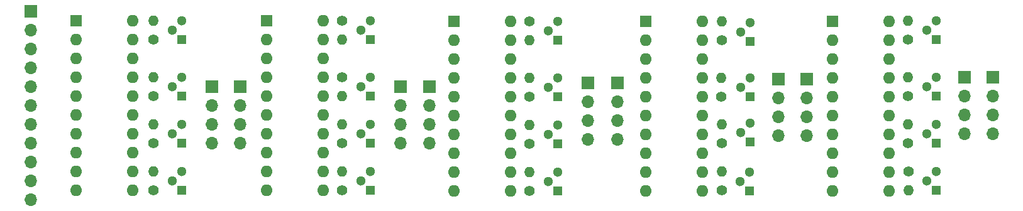
<source format=gbr>
%TF.GenerationSoftware,KiCad,Pcbnew,5.1.7-a382d34a8~87~ubuntu18.04.1*%
%TF.CreationDate,2020-11-02T19:01:26+01:00*%
%TF.ProjectId,controlled_generator_schematics,636f6e74-726f-46c6-9c65-645f67656e65,rev?*%
%TF.SameCoordinates,Original*%
%TF.FileFunction,Soldermask,Top*%
%TF.FilePolarity,Negative*%
%FSLAX46Y46*%
G04 Gerber Fmt 4.6, Leading zero omitted, Abs format (unit mm)*
G04 Created by KiCad (PCBNEW 5.1.7-a382d34a8~87~ubuntu18.04.1) date 2020-11-02 19:01:26*
%MOMM*%
%LPD*%
G01*
G04 APERTURE LIST*
%ADD10O,1.600000X1.600000*%
%ADD11R,1.600000X1.600000*%
%ADD12O,1.700000X1.700000*%
%ADD13R,1.700000X1.700000*%
%ADD14R,1.300000X1.300000*%
%ADD15C,1.300000*%
%ADD16O,1.400000X1.400000*%
%ADD17C,1.400000*%
G04 APERTURE END LIST*
D10*
%TO.C,U3*%
X339768001Y-340442001D03*
X332148001Y-363302001D03*
X339768001Y-342982001D03*
X332148001Y-360762001D03*
X339768001Y-345522001D03*
X332148001Y-358222001D03*
X339768001Y-348062001D03*
X332148001Y-355682001D03*
X339768001Y-350602001D03*
X332148001Y-353142001D03*
X339768001Y-353142001D03*
X332148001Y-350602001D03*
X339768001Y-355682001D03*
X332148001Y-348062001D03*
X339768001Y-358222001D03*
X332148001Y-345522001D03*
X339768001Y-360762001D03*
X332148001Y-342982001D03*
X339768001Y-363302001D03*
D11*
X332148001Y-340442001D03*
%TD*%
D12*
%TO.C,J6*%
X303319001Y-356825001D03*
X303319001Y-354285001D03*
X303319001Y-351745001D03*
D13*
X303319001Y-349205001D03*
%TD*%
D14*
%TO.C,Q9*%
X320845001Y-342855001D03*
D15*
X320845001Y-340315001D03*
X319575001Y-341585001D03*
%TD*%
D12*
%TO.C,J10*%
X404665001Y-355555001D03*
X404665001Y-353015001D03*
X404665001Y-350475001D03*
D13*
X404665001Y-347935001D03*
%TD*%
D12*
%TO.C,J9*%
X379646001Y-355809001D03*
X379646001Y-353269001D03*
X379646001Y-350729001D03*
D13*
X379646001Y-348189001D03*
%TD*%
D12*
%TO.C,J8*%
X354119001Y-356317001D03*
X354119001Y-353777001D03*
X354119001Y-351237001D03*
D13*
X354119001Y-348697001D03*
%TD*%
D12*
%TO.C,J7*%
X328846001Y-356825001D03*
X328846001Y-354285001D03*
X328846001Y-351745001D03*
D13*
X328846001Y-349205001D03*
%TD*%
D10*
%TO.C,U1*%
X288830002Y-340315001D03*
X281210002Y-363175001D03*
X288830002Y-342855001D03*
X281210002Y-360635001D03*
X288830002Y-345395001D03*
X281210002Y-358095001D03*
X288830002Y-347935001D03*
X281210002Y-355555001D03*
X288830002Y-350475001D03*
X281210002Y-353015001D03*
X288830002Y-353015001D03*
X281210002Y-350475001D03*
X288830002Y-355555001D03*
X281210002Y-347935001D03*
X288830002Y-358095001D03*
X281210002Y-345395001D03*
X288830002Y-360635001D03*
X281210002Y-342855001D03*
X288830002Y-363175001D03*
D11*
X281210002Y-340315001D03*
%TD*%
D12*
%TO.C,J5*%
X400855001Y-355555001D03*
X400855001Y-353015001D03*
X400855001Y-350475001D03*
D13*
X400855001Y-347935001D03*
%TD*%
D10*
%TO.C,U5*%
X390695001Y-340442001D03*
X383075001Y-363302001D03*
X390695001Y-342982001D03*
X383075001Y-360762001D03*
X390695001Y-345522001D03*
X383075001Y-358222001D03*
X390695001Y-348062001D03*
X383075001Y-355682001D03*
X390695001Y-350602001D03*
X383075001Y-353142001D03*
X390695001Y-353142001D03*
X383075001Y-350602001D03*
X390695001Y-355682001D03*
X383075001Y-348062001D03*
X390695001Y-358222001D03*
X383075001Y-345522001D03*
X390695001Y-360762001D03*
X383075001Y-342982001D03*
X390695001Y-363302001D03*
D11*
X383075001Y-340442001D03*
%TD*%
D10*
%TO.C,U2*%
X314495001Y-340315001D03*
X306875001Y-363175001D03*
X314495001Y-342855001D03*
X306875001Y-360635001D03*
X314495001Y-345395001D03*
X306875001Y-358095001D03*
X314495001Y-347935001D03*
X306875001Y-355555001D03*
X314495001Y-350475001D03*
X306875001Y-353015001D03*
X314495001Y-353015001D03*
X306875001Y-350475001D03*
X314495001Y-355555001D03*
X306875001Y-347935001D03*
X314495001Y-358095001D03*
X306875001Y-345395001D03*
X314495001Y-360635001D03*
X306875001Y-342855001D03*
X314495001Y-363175001D03*
D11*
X306875001Y-340315001D03*
%TD*%
D10*
%TO.C,U4*%
X365549001Y-340442001D03*
X357929001Y-363302001D03*
X365549001Y-342982001D03*
X357929001Y-360762001D03*
X365549001Y-345522001D03*
X357929001Y-358222001D03*
X365549001Y-348062001D03*
X357929001Y-355682001D03*
X365549001Y-350602001D03*
X357929001Y-353142001D03*
X365549001Y-353142001D03*
X357929001Y-350602001D03*
X365549001Y-355682001D03*
X357929001Y-348062001D03*
X365549001Y-358222001D03*
X357929001Y-345522001D03*
X365549001Y-360762001D03*
X357929001Y-342982001D03*
X365549001Y-363302001D03*
D11*
X357929001Y-340442001D03*
%TD*%
D16*
%TO.C,R20*%
X342308001Y-360762001D03*
D17*
X342308001Y-363302001D03*
%TD*%
D16*
%TO.C,R19*%
X342308001Y-354412001D03*
D17*
X342308001Y-356952001D03*
%TD*%
D16*
%TO.C,R18*%
X342308001Y-348062001D03*
D17*
X342308001Y-350602001D03*
%TD*%
D16*
%TO.C,R17*%
X342308001Y-342982001D03*
D17*
X342308001Y-340442001D03*
%TD*%
D16*
%TO.C,R16*%
X393362001Y-363175001D03*
D17*
X393362001Y-360635001D03*
%TD*%
D16*
%TO.C,R15*%
X393235001Y-354285001D03*
D17*
X393235001Y-356825001D03*
%TD*%
%TO.C,R14*%
X393235001Y-350475001D03*
D16*
X393235001Y-347935001D03*
%TD*%
%TO.C,R13*%
X393235001Y-340315001D03*
D17*
X393235001Y-342855001D03*
%TD*%
D16*
%TO.C,R12*%
X317035001Y-360635001D03*
D17*
X317035001Y-363175001D03*
%TD*%
D16*
%TO.C,R11*%
X317035001Y-354285001D03*
D17*
X317035001Y-356825001D03*
%TD*%
D16*
%TO.C,R10*%
X317035001Y-350475001D03*
D17*
X317035001Y-347935001D03*
%TD*%
D16*
%TO.C,R9*%
X317035001Y-342855001D03*
D17*
X317035001Y-340315001D03*
%TD*%
D16*
%TO.C,R8*%
X368216001Y-360635001D03*
D17*
X368216001Y-363175001D03*
%TD*%
D16*
%TO.C,R7*%
X368216001Y-354285001D03*
D17*
X368216001Y-356825001D03*
%TD*%
D16*
%TO.C,R6*%
X368089001Y-348062001D03*
D17*
X368089001Y-350602001D03*
%TD*%
D16*
%TO.C,R5*%
X368216001Y-340442001D03*
D17*
X368216001Y-342982001D03*
%TD*%
D14*
%TO.C,Q20*%
X346118001Y-363302001D03*
D15*
X346118001Y-360762001D03*
X344848001Y-362032001D03*
%TD*%
D14*
%TO.C,Q19*%
X346118001Y-356952001D03*
D15*
X346118001Y-354412001D03*
X344848001Y-355682001D03*
%TD*%
D14*
%TO.C,Q18*%
X346118001Y-350602001D03*
D15*
X346118001Y-348062001D03*
X344848001Y-349332001D03*
%TD*%
D14*
%TO.C,Q17*%
X346118001Y-342982001D03*
D15*
X346118001Y-340442001D03*
X344848001Y-341712001D03*
%TD*%
D14*
%TO.C,Q16*%
X397045001Y-363175001D03*
D15*
X397045001Y-360635001D03*
X395775001Y-361905001D03*
%TD*%
D14*
%TO.C,Q15*%
X397045001Y-356825001D03*
D15*
X397045001Y-354285001D03*
X395775001Y-355555001D03*
%TD*%
D14*
%TO.C,Q14*%
X397045001Y-350475001D03*
D15*
X397045001Y-347935001D03*
X395775001Y-349205001D03*
%TD*%
D14*
%TO.C,Q13*%
X397045001Y-342855001D03*
D15*
X397045001Y-340315001D03*
X395775001Y-341585001D03*
%TD*%
D14*
%TO.C,Q12*%
X320845001Y-363175001D03*
D15*
X320845001Y-360635001D03*
X319575001Y-361905001D03*
%TD*%
D14*
%TO.C,Q11*%
X320845001Y-356825001D03*
D15*
X320845001Y-354285001D03*
X319575001Y-355555001D03*
%TD*%
D14*
%TO.C,Q10*%
X320845001Y-350475001D03*
D15*
X320845001Y-347935001D03*
X319575001Y-349205001D03*
%TD*%
D14*
%TO.C,Q8*%
X371899001Y-363302001D03*
D15*
X371899001Y-360762001D03*
X370629001Y-362032001D03*
%TD*%
D14*
%TO.C,Q7*%
X372026001Y-356698001D03*
D15*
X372026001Y-354158001D03*
X370756001Y-355428001D03*
%TD*%
D14*
%TO.C,Q6*%
X372026001Y-350602001D03*
D15*
X372026001Y-348062001D03*
X370756001Y-349332001D03*
%TD*%
D14*
%TO.C,Q5*%
X372026001Y-343109001D03*
D15*
X372026001Y-340569001D03*
X370756001Y-341839001D03*
%TD*%
D12*
%TO.C,J3*%
X350182001Y-356317001D03*
X350182001Y-353777001D03*
X350182001Y-351237001D03*
D13*
X350182001Y-348697001D03*
%TD*%
D12*
%TO.C,J2*%
X324909001Y-356825001D03*
X324909001Y-354285001D03*
X324909001Y-351745001D03*
D13*
X324909001Y-349205001D03*
%TD*%
D12*
%TO.C,J4*%
X375836001Y-355809001D03*
X375836001Y-353269001D03*
X375836001Y-350729001D03*
D13*
X375836001Y-348189001D03*
%TD*%
D16*
%TO.C,R4*%
X291635001Y-360635001D03*
D17*
X291635001Y-363175001D03*
%TD*%
D16*
%TO.C,R3*%
X291635001Y-354285001D03*
D17*
X291635001Y-356825001D03*
%TD*%
D16*
%TO.C,R2*%
X291635001Y-347935001D03*
D17*
X291635001Y-350475001D03*
%TD*%
D16*
%TO.C,R1*%
X291635001Y-340315001D03*
D17*
X291635001Y-342855001D03*
%TD*%
D14*
%TO.C,Q4*%
X295445001Y-363175001D03*
D15*
X295445001Y-360635001D03*
X294175001Y-361905001D03*
%TD*%
D14*
%TO.C,Q3*%
X295445001Y-356825001D03*
D15*
X295445001Y-354285001D03*
X294175001Y-355555001D03*
%TD*%
D14*
%TO.C,Q2*%
X295445001Y-350475001D03*
D15*
X295445001Y-347935001D03*
X294175001Y-349205001D03*
%TD*%
D14*
%TO.C,Q1*%
X295445001Y-342855001D03*
D15*
X295445001Y-340315001D03*
X294175001Y-341585001D03*
%TD*%
D12*
%TO.C,J1*%
X299509001Y-356825001D03*
X299509001Y-354285001D03*
X299509001Y-351745001D03*
D13*
X299509001Y-349205001D03*
%TD*%
D12*
%TO.C,J0*%
X275125001Y-364445001D03*
X275125001Y-361905001D03*
X275125001Y-359365001D03*
X275125001Y-356825001D03*
X275125001Y-354285001D03*
X275125001Y-351745001D03*
X275125001Y-349205001D03*
X275125001Y-346665001D03*
X275125001Y-344125001D03*
X275125001Y-341585001D03*
D13*
X275125001Y-339045001D03*
%TD*%
M02*

</source>
